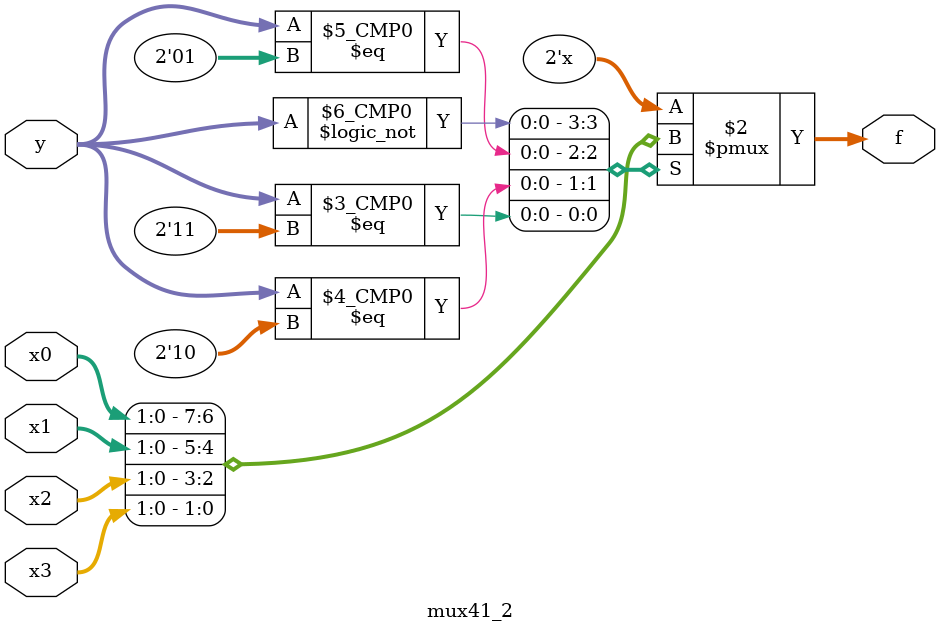
<source format=v>
module mux41_2(
    input       [1: 0]  x0,
    input       [1: 0]  x1,
    input       [1: 0]  x2,
    input       [1: 0]  x3,
    input       [1: 0]  y,
    output reg  [1: 0]  f
);

    always @(*) begin
        case (y)
            0: f = x0;
            1: f = x1;
            2: f = x2;
            3: f = x3;
            default: f = 2'b00;
        endcase
    end

endmodule
</source>
